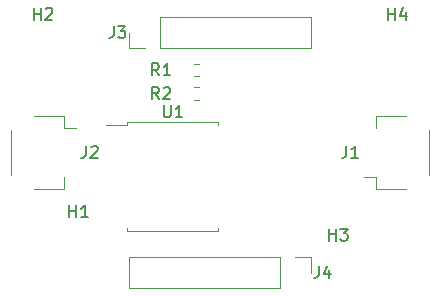
<source format=gbr>
%TF.GenerationSoftware,KiCad,Pcbnew,7.0.6*%
%TF.CreationDate,2023-09-04T11:25:06+01:00*%
%TF.ProjectId,working,776f726b-696e-4672-9e6b-696361645f70,rev?*%
%TF.SameCoordinates,Original*%
%TF.FileFunction,Legend,Top*%
%TF.FilePolarity,Positive*%
%FSLAX46Y46*%
G04 Gerber Fmt 4.6, Leading zero omitted, Abs format (unit mm)*
G04 Created by KiCad (PCBNEW 7.0.6) date 2023-09-04 11:25:06*
%MOMM*%
%LPD*%
G01*
G04 APERTURE LIST*
%ADD10C,0.150000*%
%ADD11C,0.120000*%
G04 APERTURE END LIST*
D10*
X-15761904Y11245180D02*
X-15761904Y12245180D01*
X-15761904Y11768990D02*
X-15190476Y11768990D01*
X-15190476Y11245180D02*
X-15190476Y12245180D01*
X-14761904Y12149942D02*
X-14714285Y12197561D01*
X-14714285Y12197561D02*
X-14619047Y12245180D01*
X-14619047Y12245180D02*
X-14380952Y12245180D01*
X-14380952Y12245180D02*
X-14285714Y12197561D01*
X-14285714Y12197561D02*
X-14238095Y12149942D01*
X-14238095Y12149942D02*
X-14190476Y12054704D01*
X-14190476Y12054704D02*
X-14190476Y11959466D01*
X-14190476Y11959466D02*
X-14238095Y11816609D01*
X-14238095Y11816609D02*
X-14809523Y11245180D01*
X-14809523Y11245180D02*
X-14190476Y11245180D01*
X-5166666Y6545180D02*
X-5499999Y7021371D01*
X-5738094Y6545180D02*
X-5738094Y7545180D01*
X-5738094Y7545180D02*
X-5357142Y7545180D01*
X-5357142Y7545180D02*
X-5261904Y7497561D01*
X-5261904Y7497561D02*
X-5214285Y7449942D01*
X-5214285Y7449942D02*
X-5166666Y7354704D01*
X-5166666Y7354704D02*
X-5166666Y7211847D01*
X-5166666Y7211847D02*
X-5214285Y7116609D01*
X-5214285Y7116609D02*
X-5261904Y7068990D01*
X-5261904Y7068990D02*
X-5357142Y7021371D01*
X-5357142Y7021371D02*
X-5738094Y7021371D01*
X-4214285Y6545180D02*
X-4785713Y6545180D01*
X-4499999Y6545180D02*
X-4499999Y7545180D01*
X-4499999Y7545180D02*
X-4595237Y7402323D01*
X-4595237Y7402323D02*
X-4690475Y7307085D01*
X-4690475Y7307085D02*
X-4785713Y7259466D01*
X-5166666Y4545180D02*
X-5499999Y5021371D01*
X-5738094Y4545180D02*
X-5738094Y5545180D01*
X-5738094Y5545180D02*
X-5357142Y5545180D01*
X-5357142Y5545180D02*
X-5261904Y5497561D01*
X-5261904Y5497561D02*
X-5214285Y5449942D01*
X-5214285Y5449942D02*
X-5166666Y5354704D01*
X-5166666Y5354704D02*
X-5166666Y5211847D01*
X-5166666Y5211847D02*
X-5214285Y5116609D01*
X-5214285Y5116609D02*
X-5261904Y5068990D01*
X-5261904Y5068990D02*
X-5357142Y5021371D01*
X-5357142Y5021371D02*
X-5738094Y5021371D01*
X-4785713Y5449942D02*
X-4738094Y5497561D01*
X-4738094Y5497561D02*
X-4642856Y5545180D01*
X-4642856Y5545180D02*
X-4404761Y5545180D01*
X-4404761Y5545180D02*
X-4309523Y5497561D01*
X-4309523Y5497561D02*
X-4261904Y5449942D01*
X-4261904Y5449942D02*
X-4214285Y5354704D01*
X-4214285Y5354704D02*
X-4214285Y5259466D01*
X-4214285Y5259466D02*
X-4261904Y5116609D01*
X-4261904Y5116609D02*
X-4833332Y4545180D01*
X-4833332Y4545180D02*
X-4214285Y4545180D01*
X14238095Y11245180D02*
X14238095Y12245180D01*
X14238095Y11768990D02*
X14809523Y11768990D01*
X14809523Y11245180D02*
X14809523Y12245180D01*
X15714285Y11911847D02*
X15714285Y11245180D01*
X15476190Y12292800D02*
X15238095Y11578514D01*
X15238095Y11578514D02*
X15857142Y11578514D01*
X-9013333Y10705180D02*
X-9013333Y9990895D01*
X-9013333Y9990895D02*
X-9060952Y9848038D01*
X-9060952Y9848038D02*
X-9156190Y9752800D01*
X-9156190Y9752800D02*
X-9299047Y9705180D01*
X-9299047Y9705180D02*
X-9394285Y9705180D01*
X-8632380Y10705180D02*
X-8013333Y10705180D01*
X-8013333Y10705180D02*
X-8346666Y10324228D01*
X-8346666Y10324228D02*
X-8203809Y10324228D01*
X-8203809Y10324228D02*
X-8108571Y10276609D01*
X-8108571Y10276609D02*
X-8060952Y10228990D01*
X-8060952Y10228990D02*
X-8013333Y10133752D01*
X-8013333Y10133752D02*
X-8013333Y9895657D01*
X-8013333Y9895657D02*
X-8060952Y9800419D01*
X-8060952Y9800419D02*
X-8108571Y9752800D01*
X-8108571Y9752800D02*
X-8203809Y9705180D01*
X-8203809Y9705180D02*
X-8489523Y9705180D01*
X-8489523Y9705180D02*
X-8584761Y9752800D01*
X-8584761Y9752800D02*
X-8632380Y9800419D01*
X-11353333Y545180D02*
X-11353333Y-169104D01*
X-11353333Y-169104D02*
X-11400952Y-311961D01*
X-11400952Y-311961D02*
X-11496190Y-407200D01*
X-11496190Y-407200D02*
X-11639047Y-454819D01*
X-11639047Y-454819D02*
X-11734285Y-454819D01*
X-10924761Y449942D02*
X-10877142Y497561D01*
X-10877142Y497561D02*
X-10781904Y545180D01*
X-10781904Y545180D02*
X-10543809Y545180D01*
X-10543809Y545180D02*
X-10448571Y497561D01*
X-10448571Y497561D02*
X-10400952Y449942D01*
X-10400952Y449942D02*
X-10353333Y354704D01*
X-10353333Y354704D02*
X-10353333Y259466D01*
X-10353333Y259466D02*
X-10400952Y116609D01*
X-10400952Y116609D02*
X-10972380Y-454819D01*
X-10972380Y-454819D02*
X-10353333Y-454819D01*
X8346666Y-9614819D02*
X8346666Y-10329104D01*
X8346666Y-10329104D02*
X8299047Y-10471961D01*
X8299047Y-10471961D02*
X8203809Y-10567200D01*
X8203809Y-10567200D02*
X8060952Y-10614819D01*
X8060952Y-10614819D02*
X7965714Y-10614819D01*
X9251428Y-9948152D02*
X9251428Y-10614819D01*
X9013333Y-9567200D02*
X8775238Y-10281485D01*
X8775238Y-10281485D02*
X9394285Y-10281485D01*
X10686666Y545180D02*
X10686666Y-169104D01*
X10686666Y-169104D02*
X10639047Y-311961D01*
X10639047Y-311961D02*
X10543809Y-407200D01*
X10543809Y-407200D02*
X10400952Y-454819D01*
X10400952Y-454819D02*
X10305714Y-454819D01*
X11686666Y-454819D02*
X11115238Y-454819D01*
X11400952Y-454819D02*
X11400952Y545180D01*
X11400952Y545180D02*
X11305714Y402323D01*
X11305714Y402323D02*
X11210476Y307085D01*
X11210476Y307085D02*
X11115238Y259466D01*
X9238095Y-7454819D02*
X9238095Y-6454819D01*
X9238095Y-6931009D02*
X9809523Y-6931009D01*
X9809523Y-7454819D02*
X9809523Y-6454819D01*
X10190476Y-6454819D02*
X10809523Y-6454819D01*
X10809523Y-6454819D02*
X10476190Y-6835771D01*
X10476190Y-6835771D02*
X10619047Y-6835771D01*
X10619047Y-6835771D02*
X10714285Y-6883390D01*
X10714285Y-6883390D02*
X10761904Y-6931009D01*
X10761904Y-6931009D02*
X10809523Y-7026247D01*
X10809523Y-7026247D02*
X10809523Y-7264342D01*
X10809523Y-7264342D02*
X10761904Y-7359580D01*
X10761904Y-7359580D02*
X10714285Y-7407200D01*
X10714285Y-7407200D02*
X10619047Y-7454819D01*
X10619047Y-7454819D02*
X10333333Y-7454819D01*
X10333333Y-7454819D02*
X10238095Y-7407200D01*
X10238095Y-7407200D02*
X10190476Y-7359580D01*
X-12761904Y-5454819D02*
X-12761904Y-4454819D01*
X-12761904Y-4931009D02*
X-12190476Y-4931009D01*
X-12190476Y-5454819D02*
X-12190476Y-4454819D01*
X-11190476Y-5454819D02*
X-11761904Y-5454819D01*
X-11476190Y-5454819D02*
X-11476190Y-4454819D01*
X-11476190Y-4454819D02*
X-11571428Y-4597676D01*
X-11571428Y-4597676D02*
X-11666666Y-4692914D01*
X-11666666Y-4692914D02*
X-11761904Y-4740533D01*
X-4761904Y3995180D02*
X-4761904Y3185657D01*
X-4761904Y3185657D02*
X-4714285Y3090419D01*
X-4714285Y3090419D02*
X-4666666Y3042800D01*
X-4666666Y3042800D02*
X-4571428Y2995180D01*
X-4571428Y2995180D02*
X-4380952Y2995180D01*
X-4380952Y2995180D02*
X-4285714Y3042800D01*
X-4285714Y3042800D02*
X-4238095Y3090419D01*
X-4238095Y3090419D02*
X-4190476Y3185657D01*
X-4190476Y3185657D02*
X-4190476Y3995180D01*
X-3190476Y2995180D02*
X-3761904Y2995180D01*
X-3476190Y2995180D02*
X-3476190Y3995180D01*
X-3476190Y3995180D02*
X-3571428Y3852323D01*
X-3571428Y3852323D02*
X-3666666Y3757085D01*
X-3666666Y3757085D02*
X-3761904Y3709466D01*
D11*
%TO.C,R1*%
X-2237258Y6477500D02*
X-1762742Y6477500D01*
X-2237258Y7522500D02*
X-1762742Y7522500D01*
%TO.C,R2*%
X-2237258Y4477500D02*
X-1762742Y4477500D01*
X-2237258Y5522500D02*
X-1762742Y5522500D01*
%TO.C,J3*%
X-7680000Y8830000D02*
X-7680000Y10160000D01*
X-6350000Y8830000D02*
X-7680000Y8830000D01*
X-5080000Y8830000D02*
X7680000Y8830000D01*
X-5080000Y8830000D02*
X-5080000Y11490000D01*
X7680000Y8830000D02*
X7680000Y11490000D01*
X-5080000Y11490000D02*
X7680000Y11490000D01*
%TO.C,J2*%
X-13215000Y3110000D02*
X-13215000Y2060000D01*
X-15715000Y3110000D02*
X-13215000Y3110000D01*
X-13215000Y2060000D02*
X-12225000Y2060000D01*
X-17685000Y1940000D02*
X-17685000Y-1940000D01*
X-13215000Y-3110000D02*
X-13215000Y-2060000D01*
X-15715000Y-3110000D02*
X-13215000Y-3110000D01*
%TO.C,J4*%
X7680000Y-8830000D02*
X7680000Y-10160000D01*
X6350000Y-8830000D02*
X7680000Y-8830000D01*
X5080000Y-8830000D02*
X-7680000Y-8830000D01*
X5080000Y-8830000D02*
X5080000Y-11490000D01*
X-7680000Y-8830000D02*
X-7680000Y-11490000D01*
X5080000Y-11490000D02*
X-7680000Y-11490000D01*
%TO.C,J1*%
X13215000Y-3110000D02*
X13215000Y-2060000D01*
X15715000Y-3110000D02*
X13215000Y-3110000D01*
X13215000Y-2060000D02*
X12225000Y-2060000D01*
X17685000Y-1940000D02*
X17685000Y1940000D01*
X13215000Y3110000D02*
X13215000Y2060000D01*
X15715000Y3110000D02*
X13215000Y3110000D01*
%TO.C,U1*%
X-7860000Y2610000D02*
X-7860000Y2370000D01*
X-7860000Y2370000D02*
X-9675000Y2370000D01*
X-7860000Y-6610000D02*
X-7860000Y-6370000D01*
X-4000000Y2610000D02*
X-7860000Y2610000D01*
X-4000000Y2610000D02*
X-140000Y2610000D01*
X-4000000Y-6610000D02*
X-7860000Y-6610000D01*
X-4000000Y-6610000D02*
X-140000Y-6610000D01*
X-140000Y2610000D02*
X-140000Y2370000D01*
X-140000Y-6610000D02*
X-140000Y-6370000D01*
%TD*%
M02*

</source>
